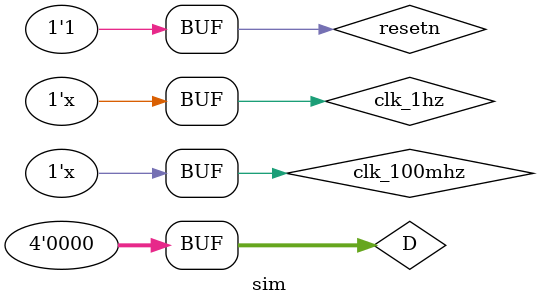
<source format=sv>
module sim ();
    logic clk_1hz, clk_100mhz, resetn;
    always #500_000_000 clk_1hz = ~clk_1hz;
    always #5 clk_100mhz = ~clk_100mhz;
    initial begin
        clk_1hz = '0;
        clk_100mhz = '0;
        resetn = 1'b0;
        #100 resetn = 1'b1;
    end
// TODO: declare variables here
    logic [3:0]D;
    logic [3:0]Q;
// TODO: add input drives here
    initial
        begin
            D = 4'b1100;
        #10 D = 4'b1010;
        #10 D = 4'b1111;
        #10 D = 4'b1001;
        #10 D = 4'b0000;
        end
// TODO: add module instantiation and other circuit codes here
     LS175 sim3(.clk(clk_100mhz), .D(D), .clr(0), .Q(Q));
endmodule
</source>
